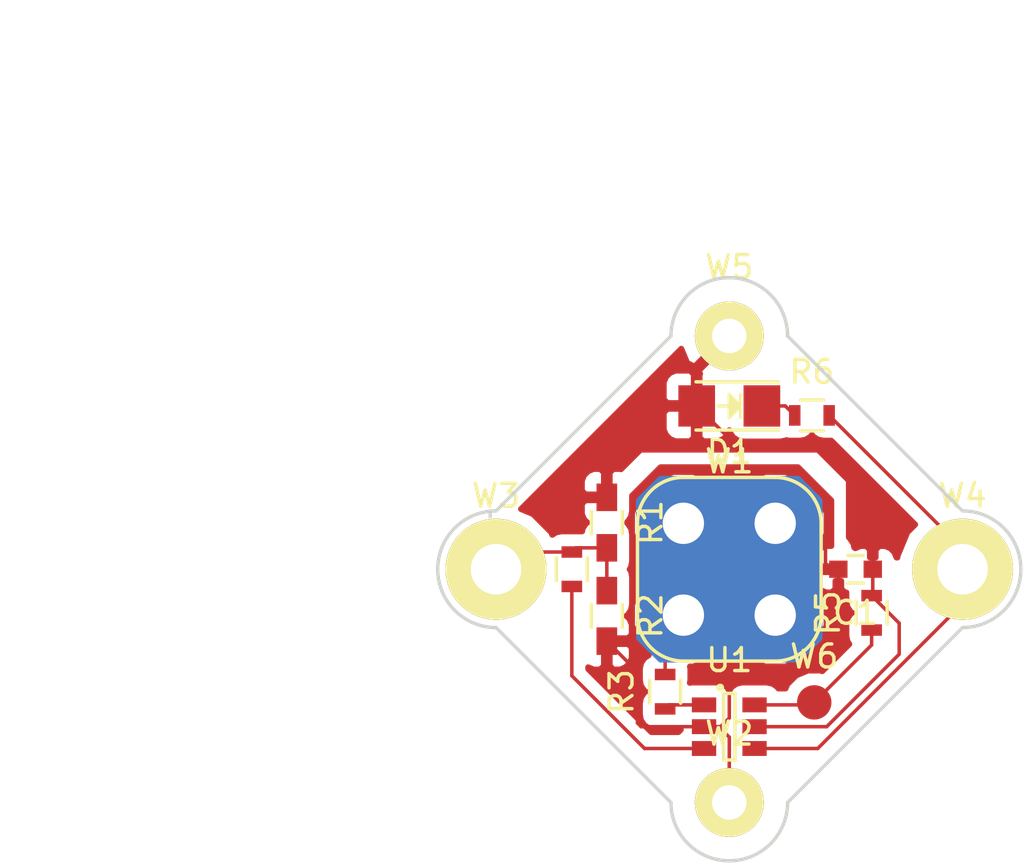
<source format=kicad_pcb>
(kicad_pcb (version 4) (host pcbnew 4.0.4-stable)

  (general
    (links 22)
    (no_connects 0)
    (area 93.444287 71.468 138.32002 109.9454)
    (thickness 1.6002)
    (drawings 17)
    (tracks 49)
    (zones 0)
    (modules 15)
    (nets 10)
  )

  (page A)
  (layers
    (0 Top signal)
    (31 Bottom signal)
    (34 B.Paste user)
    (35 F.Paste user)
    (36 B.SilkS user)
    (37 F.SilkS user)
    (38 B.Mask user)
    (39 F.Mask user)
    (40 Dwgs.User user)
    (41 Cmts.User user)
    (42 Eco1.User user)
    (43 Eco2.User user)
    (44 Edge.Cuts user)
    (45 Margin user)
  )

  (setup
    (last_trace_width 0.1524)
    (trace_clearance 0.1524)
    (zone_clearance 0.508)
    (zone_45_only no)
    (trace_min 0.1524)
    (segment_width 0.2)
    (edge_width 0.15)
    (via_size 0.6858)
    (via_drill 0.3302)
    (via_min_size 0.6858)
    (via_min_drill 0.3302)
    (uvia_size 0.762)
    (uvia_drill 0.508)
    (uvias_allowed no)
    (uvia_min_size 0)
    (uvia_min_drill 0)
    (pcb_text_width 0.3)
    (pcb_text_size 1.5 1.5)
    (mod_edge_width 0.15)
    (mod_text_size 1 1)
    (mod_text_width 0.15)
    (pad_size 1.524 1.524)
    (pad_drill 0.762)
    (pad_to_mask_clearance 0.2)
    (aux_axis_origin 124.46 95.758)
    (grid_origin 124.46 95.758)
    (visible_elements 7FFFFFFF)
    (pcbplotparams
      (layerselection 0x00030_80000001)
      (usegerberextensions false)
      (excludeedgelayer true)
      (linewidth 0.100000)
      (plotframeref false)
      (viasonmask false)
      (mode 1)
      (useauxorigin false)
      (hpglpennumber 1)
      (hpglpenspeed 20)
      (hpglpendiameter 15)
      (hpglpenoverlay 2)
      (psnegative false)
      (psa4output false)
      (plotreference true)
      (plotvalue true)
      (plotinvisibletext false)
      (padsonsilk false)
      (subtractmaskfromsilk false)
      (outputformat 1)
      (mirror false)
      (drillshape 1)
      (scaleselection 1)
      (outputdirectory ""))
  )

  (net 0 "")
  (net 1 VDD)
  (net 2 GND)
  (net 3 "Net-(D1-Pad1)")
  (net 4 /ref)
  (net 5 /MTI)
  (net 6 /sns)
  (net 7 /MTSA)
  (net 8 /pm)
  (net 9 /out)

  (net_class Default "This is the default net class."
    (clearance 0.1524)
    (trace_width 0.1524)
    (via_dia 0.6858)
    (via_drill 0.3302)
    (uvia_dia 0.762)
    (uvia_drill 0.508)
    (add_net /MTI)
    (add_net /MTSA)
    (add_net /out)
    (add_net /pm)
    (add_net /ref)
    (add_net /sns)
    (add_net GND)
    (add_net "Net-(D1-Pad1)")
    (add_net VDD)
  )

  (module Capacitors_SMD:C_0603 (layer Top) (tedit 5415D631) (tstamp 5806B20D)
    (at 129.96 95.758 180)
    (descr "Capacitor SMD 0603, reflow soldering, AVX (see smccp.pdf)")
    (tags "capacitor 0603")
    (path /58064CC6)
    (attr smd)
    (fp_text reference C1 (at 0 -1.9 180) (layer F.SilkS)
      (effects (font (size 1 1) (thickness 0.15)))
    )
    (fp_text value 0.1u (at 0 1.9 180) (layer F.Fab)
      (effects (font (size 1 1) (thickness 0.15)))
    )
    (fp_line (start -1.45 -0.75) (end 1.45 -0.75) (layer F.CrtYd) (width 0.05))
    (fp_line (start -1.45 0.75) (end 1.45 0.75) (layer F.CrtYd) (width 0.05))
    (fp_line (start -1.45 -0.75) (end -1.45 0.75) (layer F.CrtYd) (width 0.05))
    (fp_line (start 1.45 -0.75) (end 1.45 0.75) (layer F.CrtYd) (width 0.05))
    (fp_line (start -0.35 -0.6) (end 0.35 -0.6) (layer F.SilkS) (width 0.15))
    (fp_line (start 0.35 0.6) (end -0.35 0.6) (layer F.SilkS) (width 0.15))
    (pad 1 smd rect (at -0.75 0 180) (size 0.8 0.75) (layers Top F.Paste F.Mask)
      (net 1 VDD))
    (pad 2 smd rect (at 0.75 0 180) (size 0.8 0.75) (layers Top F.Paste F.Mask)
      (net 2 GND))
    (model Capacitors_SMD.3dshapes/C_0603.wrl
      (at (xyz 0 0 0))
      (scale (xyz 1 1 1))
      (rotate (xyz 0 0 0))
    )
  )

  (module Resistors_SMD:R_0603_HandSoldering (layer Top) (tedit 5418A00F) (tstamp 5806B219)
    (at 119.126 93.726 270)
    (descr "Resistor SMD 0603, hand soldering")
    (tags "resistor 0603")
    (path /580650CE)
    (attr smd)
    (fp_text reference R1 (at 0 -1.9 270) (layer F.SilkS)
      (effects (font (size 1 1) (thickness 0.15)))
    )
    (fp_text value 100k (at 0 1.9 270) (layer F.Fab)
      (effects (font (size 1 1) (thickness 0.15)))
    )
    (fp_line (start -2 -0.8) (end 2 -0.8) (layer F.CrtYd) (width 0.05))
    (fp_line (start -2 0.8) (end 2 0.8) (layer F.CrtYd) (width 0.05))
    (fp_line (start -2 -0.8) (end -2 0.8) (layer F.CrtYd) (width 0.05))
    (fp_line (start 2 -0.8) (end 2 0.8) (layer F.CrtYd) (width 0.05))
    (fp_line (start 0.5 0.675) (end -0.5 0.675) (layer F.SilkS) (width 0.15))
    (fp_line (start -0.5 -0.675) (end 0.5 -0.675) (layer F.SilkS) (width 0.15))
    (pad 1 smd rect (at -1.1 0 270) (size 1.2 0.9) (layers Top F.Paste F.Mask)
      (net 1 VDD))
    (pad 2 smd rect (at 1.1 0 270) (size 1.2 0.9) (layers Top F.Paste F.Mask)
      (net 4 /ref))
    (model Resistors_SMD.3dshapes/R_0603_HandSoldering.wrl
      (at (xyz 0 0 0))
      (scale (xyz 1 1 1))
      (rotate (xyz 0 0 0))
    )
  )

  (module Resistors_SMD:R_0603_HandSoldering (layer Top) (tedit 5418A00F) (tstamp 5806B21F)
    (at 119.126 97.79 270)
    (descr "Resistor SMD 0603, hand soldering")
    (tags "resistor 0603")
    (path /580650FF)
    (attr smd)
    (fp_text reference R2 (at 0 -1.9 270) (layer F.SilkS)
      (effects (font (size 1 1) (thickness 0.15)))
    )
    (fp_text value 100k (at 0 1.9 270) (layer F.Fab)
      (effects (font (size 1 1) (thickness 0.15)))
    )
    (fp_line (start -2 -0.8) (end 2 -0.8) (layer F.CrtYd) (width 0.05))
    (fp_line (start -2 0.8) (end 2 0.8) (layer F.CrtYd) (width 0.05))
    (fp_line (start -2 -0.8) (end -2 0.8) (layer F.CrtYd) (width 0.05))
    (fp_line (start 2 -0.8) (end 2 0.8) (layer F.CrtYd) (width 0.05))
    (fp_line (start 0.5 0.675) (end -0.5 0.675) (layer F.SilkS) (width 0.15))
    (fp_line (start -0.5 -0.675) (end 0.5 -0.675) (layer F.SilkS) (width 0.15))
    (pad 1 smd rect (at -1.1 0 270) (size 1.2 0.9) (layers Top F.Paste F.Mask)
      (net 4 /ref))
    (pad 2 smd rect (at 1.1 0 270) (size 1.2 0.9) (layers Top F.Paste F.Mask)
      (net 2 GND))
    (model Resistors_SMD.3dshapes/R_0603_HandSoldering.wrl
      (at (xyz 0 0 0))
      (scale (xyz 1 1 1))
      (rotate (xyz 0 0 0))
    )
  )

  (module Resistors_SMD:R_0603 (layer Top) (tedit 5415CC62) (tstamp 5806B225)
    (at 121.666 101.092 90)
    (descr "Resistor SMD 0603, reflow soldering, Vishay (see dcrcw.pdf)")
    (tags "resistor 0603")
    (path /5806521A)
    (attr smd)
    (fp_text reference R3 (at 0 -1.9 90) (layer F.SilkS)
      (effects (font (size 1 1) (thickness 0.15)))
    )
    (fp_text value 4.7k (at 0 1.9 90) (layer F.Fab)
      (effects (font (size 1 1) (thickness 0.15)))
    )
    (fp_line (start -1.3 -0.8) (end 1.3 -0.8) (layer F.CrtYd) (width 0.05))
    (fp_line (start -1.3 0.8) (end 1.3 0.8) (layer F.CrtYd) (width 0.05))
    (fp_line (start -1.3 -0.8) (end -1.3 0.8) (layer F.CrtYd) (width 0.05))
    (fp_line (start 1.3 -0.8) (end 1.3 0.8) (layer F.CrtYd) (width 0.05))
    (fp_line (start 0.5 0.675) (end -0.5 0.675) (layer F.SilkS) (width 0.15))
    (fp_line (start -0.5 -0.675) (end 0.5 -0.675) (layer F.SilkS) (width 0.15))
    (pad 1 smd rect (at -0.75 0 90) (size 0.5 0.9) (layers Top F.Paste F.Mask)
      (net 5 /MTI))
    (pad 2 smd rect (at 0.75 0 90) (size 0.5 0.9) (layers Top F.Paste F.Mask)
      (net 6 /sns))
    (model Resistors_SMD.3dshapes/R_0603.wrl
      (at (xyz 0 0 0))
      (scale (xyz 1 1 1))
      (rotate (xyz 0 0 0))
    )
  )

  (module Resistors_SMD:R_0603 (layer Top) (tedit 5415CC62) (tstamp 5806B22B)
    (at 117.602 95.758 90)
    (descr "Resistor SMD 0603, reflow soldering, Vishay (see dcrcw.pdf)")
    (tags "resistor 0603")
    (path /58064DD0)
    (attr smd)
    (fp_text reference R4 (at 0 -1.9 90) (layer F.SilkS)
      (effects (font (size 1 1) (thickness 0.15)))
    )
    (fp_text value 10k (at 0 1.9 90) (layer F.Fab)
      (effects (font (size 1 1) (thickness 0.15)))
    )
    (fp_line (start -1.3 -0.8) (end 1.3 -0.8) (layer F.CrtYd) (width 0.05))
    (fp_line (start -1.3 0.8) (end 1.3 0.8) (layer F.CrtYd) (width 0.05))
    (fp_line (start -1.3 -0.8) (end -1.3 0.8) (layer F.CrtYd) (width 0.05))
    (fp_line (start 1.3 -0.8) (end 1.3 0.8) (layer F.CrtYd) (width 0.05))
    (fp_line (start 0.5 0.675) (end -0.5 0.675) (layer F.SilkS) (width 0.15))
    (fp_line (start -0.5 -0.675) (end 0.5 -0.675) (layer F.SilkS) (width 0.15))
    (pad 1 smd rect (at -0.75 0 90) (size 0.5 0.9) (layers Top F.Paste F.Mask)
      (net 7 /MTSA))
    (pad 2 smd rect (at 0.75 0 90) (size 0.5 0.9) (layers Top F.Paste F.Mask)
      (net 4 /ref))
    (model Resistors_SMD.3dshapes/R_0603.wrl
      (at (xyz 0 0 0))
      (scale (xyz 1 1 1))
      (rotate (xyz 0 0 0))
    )
  )

  (module Resistors_SMD:R_0603 (layer Top) (tedit 5415CC62) (tstamp 5806B231)
    (at 130.66 97.658 90)
    (descr "Resistor SMD 0603, reflow soldering, Vishay (see dcrcw.pdf)")
    (tags "resistor 0603")
    (path /58064FBC)
    (attr smd)
    (fp_text reference R5 (at 0 -1.9 90) (layer F.SilkS)
      (effects (font (size 1 1) (thickness 0.15)))
    )
    (fp_text value 10k (at 0 1.9 90) (layer F.Fab)
      (effects (font (size 1 1) (thickness 0.15)))
    )
    (fp_line (start -1.3 -0.8) (end 1.3 -0.8) (layer F.CrtYd) (width 0.05))
    (fp_line (start -1.3 0.8) (end 1.3 0.8) (layer F.CrtYd) (width 0.05))
    (fp_line (start -1.3 -0.8) (end -1.3 0.8) (layer F.CrtYd) (width 0.05))
    (fp_line (start 1.3 -0.8) (end 1.3 0.8) (layer F.CrtYd) (width 0.05))
    (fp_line (start 0.5 0.675) (end -0.5 0.675) (layer F.SilkS) (width 0.15))
    (fp_line (start -0.5 -0.675) (end 0.5 -0.675) (layer F.SilkS) (width 0.15))
    (pad 1 smd rect (at -0.75 0 90) (size 0.5 0.9) (layers Top F.Paste F.Mask)
      (net 8 /pm))
    (pad 2 smd rect (at 0.75 0 90) (size 0.5 0.9) (layers Top F.Paste F.Mask)
      (net 1 VDD))
    (model Resistors_SMD.3dshapes/R_0603.wrl
      (at (xyz 0 0 0))
      (scale (xyz 1 1 1))
      (rotate (xyz 0 0 0))
    )
  )

  (module Resistors_SMD:R_0603 (layer Top) (tedit 5415CC62) (tstamp 5806B237)
    (at 128.06 89.058)
    (descr "Resistor SMD 0603, reflow soldering, Vishay (see dcrcw.pdf)")
    (tags "resistor 0603")
    (path /58065673)
    (attr smd)
    (fp_text reference R6 (at 0 -1.9) (layer F.SilkS)
      (effects (font (size 1 1) (thickness 0.15)))
    )
    (fp_text value 1k (at 0 1.9) (layer F.Fab)
      (effects (font (size 1 1) (thickness 0.15)))
    )
    (fp_line (start -1.3 -0.8) (end 1.3 -0.8) (layer F.CrtYd) (width 0.05))
    (fp_line (start -1.3 0.8) (end 1.3 0.8) (layer F.CrtYd) (width 0.05))
    (fp_line (start -1.3 -0.8) (end -1.3 0.8) (layer F.CrtYd) (width 0.05))
    (fp_line (start 1.3 -0.8) (end 1.3 0.8) (layer F.CrtYd) (width 0.05))
    (fp_line (start 0.5 0.675) (end -0.5 0.675) (layer F.SilkS) (width 0.15))
    (fp_line (start -0.5 -0.675) (end 0.5 -0.675) (layer F.SilkS) (width 0.15))
    (pad 1 smd rect (at -0.75 0) (size 0.5 0.9) (layers Top F.Paste F.Mask)
      (net 3 "Net-(D1-Pad1)"))
    (pad 2 smd rect (at 0.75 0) (size 0.5 0.9) (layers Top F.Paste F.Mask)
      (net 9 /out))
    (model Resistors_SMD.3dshapes/R_0603.wrl
      (at (xyz 0 0 0))
      (scale (xyz 1 1 1))
      (rotate (xyz 0 0 0))
    )
  )

  (module TO_SOT_Packages_SMD:SOT-23-6 (layer Top) (tedit 53DE8DE3) (tstamp 5806B241)
    (at 124.46 102.616)
    (descr "6-pin SOT-23 package")
    (tags SOT-23-6)
    (path /5809033F)
    (attr smd)
    (fp_text reference U1 (at 0 -2.9) (layer F.SilkS)
      (effects (font (size 1 1) (thickness 0.15)))
    )
    (fp_text value MTCH101_PKG (at 0 2.9) (layer F.Fab)
      (effects (font (size 1 1) (thickness 0.15)))
    )
    (fp_circle (center -0.4 -1.7) (end -0.3 -1.7) (layer F.SilkS) (width 0.15))
    (fp_line (start 0.25 -1.45) (end -0.25 -1.45) (layer F.SilkS) (width 0.15))
    (fp_line (start 0.25 1.45) (end 0.25 -1.45) (layer F.SilkS) (width 0.15))
    (fp_line (start -0.25 1.45) (end 0.25 1.45) (layer F.SilkS) (width 0.15))
    (fp_line (start -0.25 -1.45) (end -0.25 1.45) (layer F.SilkS) (width 0.15))
    (pad 1 smd rect (at -1.1 -0.95) (size 1.06 0.65) (layers Top F.Paste F.Mask)
      (net 5 /MTI))
    (pad 2 smd rect (at -1.1 0) (size 1.06 0.65) (layers Top F.Paste F.Mask)
      (net 2 GND))
    (pad 3 smd rect (at -1.1 0.95) (size 1.06 0.65) (layers Top F.Paste F.Mask)
      (net 7 /MTSA))
    (pad 4 smd rect (at 1.1 0.95) (size 1.06 0.65) (layers Top F.Paste F.Mask)
      (net 9 /out))
    (pad 6 smd rect (at 1.1 -0.95) (size 1.06 0.65) (layers Top F.Paste F.Mask)
      (net 8 /pm))
    (pad 5 smd rect (at 1.1 0) (size 1.06 0.65) (layers Top F.Paste F.Mask)
      (net 1 VDD))
    (model TO_SOT_Packages_SMD.3dshapes/SOT-23-6.wrl
      (at (xyz 0 0 0))
      (scale (xyz 1 1 1))
      (rotate (xyz 0 0 0))
    )
  )

  (module LEDs:LED_1206 (layer Top) (tedit 57ABE035) (tstamp 5807AE06)
    (at 124.46 88.646 180)
    (descr "LED 1206 smd package")
    (tags "LED1206 SMD")
    (path /5806579A)
    (attr smd)
    (fp_text reference D1 (at 0 -2 180) (layer F.SilkS)
      (effects (font (size 1 1) (thickness 0.15)))
    )
    (fp_text value LED (at 0 2 180) (layer F.Fab)
      (effects (font (size 1 1) (thickness 0.15)))
    )
    (fp_line (start -0.5 -0.5) (end -0.5 0.5) (layer F.Fab) (width 0.15))
    (fp_line (start -0.5 0) (end 0 -0.5) (layer F.Fab) (width 0.15))
    (fp_line (start 0 0.5) (end -0.5 0) (layer F.Fab) (width 0.15))
    (fp_line (start 0 -0.5) (end 0 0.5) (layer F.Fab) (width 0.15))
    (fp_line (start -1.6 0.8) (end -1.6 -0.8) (layer F.Fab) (width 0.15))
    (fp_line (start 1.6 0.8) (end -1.6 0.8) (layer F.Fab) (width 0.15))
    (fp_line (start 1.6 -0.8) (end 1.6 0.8) (layer F.Fab) (width 0.15))
    (fp_line (start -1.6 -0.8) (end 1.6 -0.8) (layer F.Fab) (width 0.15))
    (fp_line (start -2.15 1.05) (end 1.45 1.05) (layer F.SilkS) (width 0.15))
    (fp_line (start -2.15 -1.05) (end 1.45 -1.05) (layer F.SilkS) (width 0.15))
    (fp_line (start -0.1 -0.3) (end -0.1 0.3) (layer F.SilkS) (width 0.15))
    (fp_line (start -0.1 0.3) (end -0.4 0) (layer F.SilkS) (width 0.15))
    (fp_line (start -0.4 0) (end -0.2 -0.2) (layer F.SilkS) (width 0.15))
    (fp_line (start -0.2 -0.2) (end -0.2 0.05) (layer F.SilkS) (width 0.15))
    (fp_line (start -0.2 0.05) (end -0.25 0) (layer F.SilkS) (width 0.15))
    (fp_line (start -0.5 -0.5) (end -0.5 0.5) (layer F.SilkS) (width 0.15))
    (fp_line (start 0 0) (end 0.5 0) (layer F.SilkS) (width 0.15))
    (fp_line (start -0.5 0) (end 0 -0.5) (layer F.SilkS) (width 0.15))
    (fp_line (start 0 -0.5) (end 0 0.5) (layer F.SilkS) (width 0.15))
    (fp_line (start 0 0.5) (end -0.5 0) (layer F.SilkS) (width 0.15))
    (fp_line (start 2.5 -1.25) (end -2.5 -1.25) (layer F.CrtYd) (width 0.05))
    (fp_line (start -2.5 -1.25) (end -2.5 1.25) (layer F.CrtYd) (width 0.05))
    (fp_line (start -2.5 1.25) (end 2.5 1.25) (layer F.CrtYd) (width 0.05))
    (fp_line (start 2.5 1.25) (end 2.5 -1.25) (layer F.CrtYd) (width 0.05))
    (pad 2 smd rect (at 1.41986 0) (size 1.59766 1.80086) (layers Top F.Paste F.Mask)
      (net 1 VDD))
    (pad 1 smd rect (at -1.41986 0) (size 1.59766 1.80086) (layers Top F.Paste F.Mask)
      (net 3 "Net-(D1-Pad1)"))
    (model LEDs.3dshapes/LED_1206.wrl
      (at (xyz 0 0 0))
      (scale (xyz 1 1 1))
      (rotate (xyz 0 0 180))
    )
  )

  (module Mounting_Holes:MountingHole_2.2mm_M2_Pad (layer Top) (tedit 56D1B4CB) (tstamp 5807AE29)
    (at 114.3 95.758)
    (descr "Mounting Hole 2.2mm, M2")
    (tags "mounting hole 2.2mm m2")
    (path /58065576)
    (fp_text reference W3 (at 0 -3.2) (layer F.SilkS)
      (effects (font (size 1 1) (thickness 0.15)))
    )
    (fp_text value TEST_MTSA (at 0 3.2) (layer F.Fab)
      (effects (font (size 1 1) (thickness 0.15)))
    )
    (fp_circle (center 0 0) (end 2.2 0) (layer Cmts.User) (width 0.15))
    (fp_circle (center 0 0) (end 2.45 0) (layer F.CrtYd) (width 0.05))
    (pad 1 thru_hole circle (at 0 0) (size 4.4 4.4) (drill 2.2) (layers *.Cu *.Mask F.SilkS)
      (net 4 /ref))
  )

  (module Mounting_Holes:MountingHole_2.2mm_M2_Pad (layer Top) (tedit 56D1B4CB) (tstamp 5807AE2F)
    (at 134.62 95.758)
    (descr "Mounting Hole 2.2mm, M2")
    (tags "mounting hole 2.2mm m2")
    (path /58065ACD)
    (fp_text reference W4 (at 0 -3.2) (layer F.SilkS)
      (effects (font (size 1 1) (thickness 0.15)))
    )
    (fp_text value TEST_MTO (at 0 3.2) (layer F.Fab)
      (effects (font (size 1 1) (thickness 0.15)))
    )
    (fp_circle (center 0 0) (end 2.2 0) (layer Cmts.User) (width 0.15))
    (fp_circle (center 0 0) (end 2.45 0) (layer F.CrtYd) (width 0.05))
    (pad 1 thru_hole circle (at 0 0) (size 4.4 4.4) (drill 2.2) (layers *.Cu *.Mask F.SilkS)
      (net 9 /out))
  )

  (module Measurement_Points:Measurement_Point_Round-SMD-Pad_Small (layer Top) (tedit 56C35ED0) (tstamp 5807B28A)
    (at 128.16 101.558)
    (descr "Mesurement Point, Round, SMD Pad, DM 1.5mm,")
    (tags "Mesurement Point Round SMD Pad 1.5mm")
    (path /580662C8)
    (attr virtual)
    (fp_text reference W6 (at 0 -2) (layer F.SilkS)
      (effects (font (size 1 1) (thickness 0.15)))
    )
    (fp_text value TEST_MTPM (at 0 2) (layer F.Fab)
      (effects (font (size 1 1) (thickness 0.15)))
    )
    (fp_circle (center 0 0) (end 1 0) (layer F.CrtYd) (width 0.05))
    (pad 1 smd circle (at 0 0) (size 1.5 1.5) (layers Top F.Mask)
      (net 8 /pm))
  )

  (module Measurement_Points:Measurement_Point_Round-TH_Big (layer Top) (tedit 56C35F03) (tstamp 5807B418)
    (at 124.46 105.918)
    (descr "Mesurement Point, Round, Trough Hole,  DM 3mm, Drill 1.5mm,")
    (tags "Mesurement Point Round Trough Hole 3mm 1.5mm")
    (path /5807E47E)
    (attr virtual)
    (fp_text reference W2 (at 0 -3) (layer F.SilkS)
      (effects (font (size 1 1) (thickness 0.15)))
    )
    (fp_text value TEST_GND (at 0 3) (layer F.Fab)
      (effects (font (size 1 1) (thickness 0.15)))
    )
    (fp_circle (center 0 0) (end 1.75 0) (layer F.CrtYd) (width 0.05))
    (pad 1 thru_hole circle (at 0 0) (size 3 3) (drill 1.5) (layers *.Cu *.Mask F.SilkS)
      (net 2 GND))
  )

  (module Measurement_Points:Measurement_Point_Round-TH_Big (layer Top) (tedit 56C35F03) (tstamp 5807B41D)
    (at 124.46 85.598)
    (descr "Mesurement Point, Round, Trough Hole,  DM 3mm, Drill 1.5mm,")
    (tags "Mesurement Point Round Trough Hole 3mm 1.5mm")
    (path /5807E2FD)
    (attr virtual)
    (fp_text reference W5 (at 0 -3) (layer F.SilkS)
      (effects (font (size 1 1) (thickness 0.15)))
    )
    (fp_text value TEST_VDD (at 0 3) (layer F.Fab)
      (effects (font (size 1 1) (thickness 0.15)))
    )
    (fp_circle (center 0 0) (end 1.75 0) (layer F.CrtYd) (width 0.05))
    (pad 1 thru_hole circle (at 0 0) (size 3 3) (drill 1.5) (layers *.Cu *.Mask F.SilkS)
      (net 1 VDD))
  )

  (module buttons:sew_2x2 (layer Top) (tedit 5808DC92) (tstamp 5808E17F)
    (at 124.46 95.758)
    (descr "module 1 pin (ou trou mecanique de percage)")
    (tags DEV)
    (path /5808D751)
    (fp_text reference W1 (at 0 -4.7) (layer F.SilkS)
      (effects (font (size 1 1) (thickness 0.15)))
    )
    (fp_text value sns (at 0 0) (layer F.Fab)
      (effects (font (size 1 1) (thickness 0.15)))
    )
    (fp_arc (start -2 -2) (end -2.9 -2) (angle 90) (layer F.Paste) (width 0.15))
    (fp_arc (start -2 2) (end -2 2.9) (angle 90) (layer F.Paste) (width 0.15))
    (fp_arc (start 2 2) (end 2.9 2) (angle 90) (layer F.Paste) (width 0.15))
    (fp_arc (start 2 -2) (end 2 -2.9) (angle 90) (layer F.Paste) (width 0.15))
    (fp_arc (start -2 -2) (end -2.9 -2) (angle 90) (layer B.Paste) (width 0.15))
    (fp_arc (start -2 2) (end -2 2.9) (angle 90) (layer B.Paste) (width 0.15))
    (fp_arc (start 2 2) (end 2.9 2) (angle 90) (layer B.Paste) (width 0.15))
    (fp_arc (start 2 -2) (end 2 -2.9) (angle 90) (layer B.Paste) (width 0.15))
    (fp_line (start -2.9 2) (end -2.9 -2) (layer B.Paste) (width 0.15))
    (fp_line (start 2 2.9) (end -2 2.9) (layer B.Paste) (width 0.15))
    (fp_line (start 2.9 -2) (end 2.9 2) (layer B.Paste) (width 0.15))
    (fp_line (start -2 -2.9) (end 2 -2.9) (layer B.Paste) (width 0.15))
    (fp_line (start -2.9 2) (end -2.9 -2) (layer F.Paste) (width 0.15))
    (fp_line (start 2 2.9) (end -2 2.9) (layer F.Paste) (width 0.15))
    (fp_line (start 2.9 -2) (end 2.9 2) (layer F.Paste) (width 0.15))
    (fp_line (start -2 -2.9) (end 2 -2.9) (layer F.Paste) (width 0.15))
    (fp_line (start -4 -2) (end -4 2) (layer F.SilkS) (width 0.15))
    (fp_line (start 2 -4) (end -2 -4) (layer F.SilkS) (width 0.15))
    (fp_line (start 4 2) (end 4 -2) (layer F.SilkS) (width 0.15))
    (fp_line (start -2 4) (end 2 4) (layer F.SilkS) (width 0.15))
    (fp_arc (start -2 2) (end -2 4) (angle 90) (layer F.SilkS) (width 0.15))
    (fp_arc (start -2 -2) (end -4 -2) (angle 90) (layer F.SilkS) (width 0.15))
    (fp_arc (start 2 -2) (end 2 -4) (angle 90) (layer F.SilkS) (width 0.15))
    (fp_arc (start 2 2) (end 4 2) (angle 90) (layer F.SilkS) (width 0.15))
    (pad 1 thru_hole circle (at 2 2) (size 3.2 3.2) (drill 1.8) (layers *.Cu *.Mask)
      (net 6 /sns) (zone_connect 2))
    (pad 1 thru_hole circle (at 2 -2) (size 3.2 3.2) (drill 1.8) (layers *.Cu *.Mask)
      (net 6 /sns) (zone_connect 2))
    (pad 1 thru_hole circle (at -2 -2) (size 3.2 3.2) (drill 1.8) (layers *.Cu *.Mask)
      (net 6 /sns) (zone_connect 2))
    (pad 1 thru_hole circle (at -2 2) (size 3.2 3.2) (drill 1.8) (layers *.Cu *.Mask)
      (net 6 /sns) (zone_connect 2))
  )

  (gr_line (start 121.92 85.598) (end 114.3 93.218) (angle 90) (layer Edge.Cuts) (width 0.15))
  (gr_line (start 127 105.918) (end 134.62 98.298) (angle 90) (layer Edge.Cuts) (width 0.15))
  (gr_line (start 114.3 98.298) (end 121.92 105.918) (angle 90) (layer Edge.Cuts) (width 0.15))
  (gr_line (start 114.046 93.218) (end 114.046 93.472) (angle 90) (layer Edge.Cuts) (width 0.15))
  (gr_line (start 134.62 93.218) (end 127 85.598) (angle 90) (layer Edge.Cuts) (width 0.15))
  (gr_arc (start 124.46 85.598) (end 121.92 85.598) (angle 90) (layer Edge.Cuts) (width 0.15))
  (gr_arc (start 114.3 95.758) (end 114.3 98.298) (angle 90) (layer Edge.Cuts) (width 0.15))
  (gr_arc (start 114.3 95.758) (end 111.76 95.758) (angle 90) (layer Edge.Cuts) (width 0.15))
  (gr_arc (start 124.46 85.598) (end 124.46 83.058) (angle 90) (layer Edge.Cuts) (width 0.15))
  (gr_arc (start 134.62 95.758) (end 134.62 93.218) (angle 90) (layer Edge.Cuts) (width 0.15))
  (gr_arc (start 134.62 95.758) (end 137.16 95.758) (angle 90) (layer Edge.Cuts) (width 0.15))
  (gr_arc (start 124.46 105.918) (end 127 105.918) (angle 90) (layer Edge.Cuts) (width 0.15))
  (gr_arc (start 124.46 105.918) (end 124.46 108.458) (angle 90) (layer Edge.Cuts) (width 0.15))
  (dimension 12.7 (width 0.3) (layer Dwgs.User)
    (gr_text "0.5000 in" (at 130.81 72.818) (layer Dwgs.User)
      (effects (font (size 1.5 1.5) (thickness 0.3)))
    )
    (feature1 (pts (xy 137.16 95.758) (xy 137.16 71.468)))
    (feature2 (pts (xy 124.46 95.758) (xy 124.46 71.468)))
    (crossbar (pts (xy 124.46 74.168) (xy 137.16 74.168)))
    (arrow1a (pts (xy 137.16 74.168) (xy 136.033496 74.754421)))
    (arrow1b (pts (xy 137.16 74.168) (xy 136.033496 73.581579)))
    (arrow2a (pts (xy 124.46 74.168) (xy 125.586504 74.754421)))
    (arrow2b (pts (xy 124.46 74.168) (xy 125.586504 73.581579)))
  )
  (dimension 12.7 (width 0.3) (layer Dwgs.User)
    (gr_text "0.5000 in" (at 118.11 72.818) (layer Dwgs.User)
      (effects (font (size 1.5 1.5) (thickness 0.3)))
    )
    (feature1 (pts (xy 111.76 95.758) (xy 111.76 71.468)))
    (feature2 (pts (xy 124.46 95.758) (xy 124.46 71.468)))
    (crossbar (pts (xy 124.46 74.168) (xy 111.76 74.168)))
    (arrow1a (pts (xy 111.76 74.168) (xy 112.886504 73.581579)))
    (arrow1b (pts (xy 111.76 74.168) (xy 112.886504 74.754421)))
    (arrow2a (pts (xy 124.46 74.168) (xy 123.333496 73.581579)))
    (arrow2b (pts (xy 124.46 74.168) (xy 123.333496 74.754421)))
  )
  (dimension 12.7 (width 0.3) (layer Dwgs.User)
    (gr_text "0.5000 in" (at 104.06 102.108 90) (layer Dwgs.User)
      (effects (font (size 1.5 1.5) (thickness 0.3)))
    )
    (feature1 (pts (xy 124.46 95.758) (xy 102.71 95.758)))
    (feature2 (pts (xy 124.46 108.458) (xy 102.71 108.458)))
    (crossbar (pts (xy 105.41 108.458) (xy 105.41 95.758)))
    (arrow1a (pts (xy 105.41 95.758) (xy 105.996421 96.884504)))
    (arrow1b (pts (xy 105.41 95.758) (xy 104.823579 96.884504)))
    (arrow2a (pts (xy 105.41 108.458) (xy 105.996421 107.331496)))
    (arrow2b (pts (xy 105.41 108.458) (xy 104.823579 107.331496)))
  )
  (dimension 25.4 (width 0.3) (layer Dwgs.User)
    (gr_text "1.0000 in" (at 98.98 95.758 90) (layer Dwgs.User)
      (effects (font (size 1.5 1.5) (thickness 0.3)))
    )
    (feature1 (pts (xy 124.46 83.058) (xy 97.63 83.058)))
    (feature2 (pts (xy 124.46 108.458) (xy 97.63 108.458)))
    (crossbar (pts (xy 100.33 108.458) (xy 100.33 83.058)))
    (arrow1a (pts (xy 100.33 83.058) (xy 100.916421 84.184504)))
    (arrow1b (pts (xy 100.33 83.058) (xy 99.743579 84.184504)))
    (arrow2a (pts (xy 100.33 108.458) (xy 100.916421 107.331496)))
    (arrow2b (pts (xy 100.33 108.458) (xy 99.743579 107.331496)))
  )

  (segment (start 130.71 95.758) (end 130.71 92.61) (width 0.1524) (layer Top) (net 1))
  (segment (start 124.69114 90.297) (end 123.04014 88.646) (width 0.1524) (layer Top) (net 1) (tstamp 580A0BC2))
  (segment (start 128.397 90.297) (end 124.69114 90.297) (width 0.1524) (layer Top) (net 1) (tstamp 580A0BBD))
  (segment (start 130.71 92.61) (end 128.397 90.297) (width 0.1524) (layer Top) (net 1) (tstamp 580A0BB5))
  (segment (start 131.86 99.458) (end 131.86 98.108) (width 0.1524) (layer Top) (net 1))
  (segment (start 128.702 102.616) (end 131.86 99.458) (width 0.1524) (layer Top) (net 1) (tstamp 580A05B9))
  (segment (start 125.56 102.616) (end 128.702 102.616) (width 0.1524) (layer Top) (net 1))
  (segment (start 131.86 98.108) (end 130.71 96.958) (width 0.1524) (layer Top) (net 1) (tstamp 580A0B04))
  (segment (start 130.71 96.958) (end 130.71 95.758) (width 0.1524) (layer Top) (net 1) (tstamp 580A0B09))
  (segment (start 123.04014 88.646) (end 123.04014 87.01786) (width 0.1524) (layer Top) (net 1))
  (segment (start 123.04014 87.01786) (end 124.46 85.598) (width 0.1524) (layer Top) (net 1) (tstamp 580A082B))
  (segment (start 129.21 95.758) (end 128.905 95.758) (width 0.1524) (layer Top) (net 2))
  (segment (start 128.905 95.758) (end 128.651 95.504) (width 0.1524) (layer Top) (net 2) (tstamp 580A0C22))
  (segment (start 128.651 95.504) (end 128.651 94.361) (width 0.1524) (layer Top) (net 2) (tstamp 580A0C29))
  (segment (start 123.36 102.616) (end 124.079 102.616) (width 0.1524) (layer Top) (net 2))
  (segment (start 129.21 98.501) (end 129.21 95.758) (width 0.1524) (layer Top) (net 2) (tstamp 580A0C03))
  (segment (start 127.254 100.457) (end 129.21 98.501) (width 0.1524) (layer Top) (net 2) (tstamp 580A0BF4))
  (segment (start 124.841 100.457) (end 127.254 100.457) (width 0.1524) (layer Top) (net 2) (tstamp 580A0BEE))
  (segment (start 124.46 100.838) (end 124.841 100.457) (width 0.1524) (layer Top) (net 2) (tstamp 580A0BE9))
  (segment (start 124.46 102.235) (end 124.46 100.838) (width 0.1524) (layer Top) (net 2) (tstamp 580A0BE3))
  (segment (start 124.079 102.616) (end 124.46 102.235) (width 0.1524) (layer Top) (net 2) (tstamp 580A0BD9))
  (segment (start 124.46 105.918) (end 124.46 103.074) (width 0.1524) (layer Top) (net 2))
  (segment (start 124.46 103.074) (end 124.002 102.616) (width 0.1524) (layer Top) (net 2) (tstamp 580A07E5))
  (segment (start 123.36 102.616) (end 124.002 102.616) (width 0.1524) (layer Top) (net 2))
  (segment (start 123.36 102.616) (end 120.618 102.616) (width 0.1524) (layer Top) (net 2))
  (segment (start 120.46 100.224) (end 119.126 98.89) (width 0.1524) (layer Top) (net 2) (tstamp 580A054E))
  (segment (start 120.46 102.458) (end 120.46 100.224) (width 0.1524) (layer Top) (net 2) (tstamp 580A054D))
  (segment (start 120.618 102.616) (end 120.46 102.458) (width 0.1524) (layer Top) (net 2) (tstamp 580A0549))
  (segment (start 125.87986 88.646) (end 126.898 88.646) (width 0.1524) (layer Top) (net 3))
  (segment (start 126.898 88.646) (end 127.31 89.058) (width 0.1524) (layer Top) (net 3) (tstamp 580A0694))
  (segment (start 117.602 95.008) (end 115.05 95.008) (width 0.1524) (layer Top) (net 4))
  (segment (start 115.05 95.008) (end 114.3 95.758) (width 0.1524) (layer Top) (net 4) (tstamp 580A0816))
  (segment (start 119.126 94.826) (end 117.784 94.826) (width 0.1524) (layer Top) (net 4))
  (segment (start 117.784 94.826) (end 117.602 95.008) (width 0.1524) (layer Top) (net 4) (tstamp 580A0813))
  (segment (start 119.126 94.826) (end 119.126 96.69) (width 0.1524) (layer Top) (net 4))
  (segment (start 123.36 101.666) (end 121.842 101.666) (width 0.1524) (layer Top) (net 5))
  (segment (start 121.842 101.666) (end 121.666 101.842) (width 0.1524) (layer Top) (net 5) (tstamp 580A02E8))
  (segment (start 121.666 100.342) (end 121.666 98.552) (width 0.1524) (layer Top) (net 6))
  (segment (start 121.666 98.552) (end 122.46 97.758) (width 0.1524) (layer Top) (net 6) (tstamp 580A06F2))
  (segment (start 123.36 103.566) (end 120.768 103.566) (width 0.1524) (layer Top) (net 7))
  (segment (start 117.602 100.4) (end 117.602 96.508) (width 0.1524) (layer Top) (net 7) (tstamp 580A080B))
  (segment (start 120.768 103.566) (end 117.602 100.4) (width 0.1524) (layer Top) (net 7) (tstamp 580A07F3))
  (segment (start 130.66 98.408) (end 130.66 99.058) (width 0.1524) (layer Top) (net 8))
  (segment (start 130.66 99.058) (end 128.16 101.558) (width 0.1524) (layer Top) (net 8) (tstamp 580A0C46))
  (segment (start 125.56 101.666) (end 128.052 101.666) (width 0.1524) (layer Top) (net 8))
  (segment (start 134.62 95.758) (end 134.62 94.868) (width 0.1524) (layer Top) (net 9))
  (segment (start 134.62 94.868) (end 128.81 89.058) (width 0.1524) (layer Top) (net 9) (tstamp 580A06B6))
  (segment (start 125.56 103.566) (end 128.312 103.566) (width 0.1524) (layer Top) (net 9))
  (segment (start 128.312 103.566) (end 135.37 96.508) (width 0.1524) (layer Top) (net 9) (tstamp 580A033B))

  (zone (net 2) (net_name GND) (layer Top) (tstamp 5807A923) (hatch edge 0.508)
    (connect_pads (clearance 0.508))
    (min_thickness 0.254)
    (fill yes (arc_segments 16) (thermal_gap 0.508) (thermal_bridge_width 0.508))
    (polygon
      (pts
        (xy 129.032 92.71) (xy 129.032 96.139) (xy 134.62 96.139) (xy 134.62 105.918) (xy 114.3 105.918)
        (xy 114.3 96.393) (xy 119.888 96.393) (xy 119.888 92.71) (xy 121.412 91.186) (xy 127.508 91.186)
      )
    )
    (filled_polygon
      (pts
        (xy 128.905 92.762606) (xy 128.905 94.748) (xy 128.683691 94.748) (xy 128.450302 94.844673) (xy 128.413525 94.88145)
        (xy 128.694611 94.204519) (xy 128.695387 93.315381) (xy 128.355845 92.493628) (xy 127.727679 91.864364) (xy 126.906519 91.523389)
        (xy 126.017381 91.522613) (xy 125.195628 91.862155) (xy 124.566364 92.490321) (xy 124.46016 92.746089) (xy 124.355845 92.493628)
        (xy 123.727679 91.864364) (xy 122.906519 91.523389) (xy 122.017381 91.522613) (xy 121.195628 91.862155) (xy 120.566364 92.490321)
        (xy 120.225389 93.311481) (xy 120.224613 94.200619) (xy 120.564155 95.022372) (xy 121.192321 95.651636) (xy 121.448089 95.75784)
        (xy 121.195628 95.862155) (xy 120.566364 96.490321) (xy 120.225389 97.311481) (xy 120.224613 98.200619) (xy 120.564155 99.022372)
        (xy 120.9548 99.4137) (xy 120.9548 99.505493) (xy 120.764559 99.62791) (xy 120.619569 99.84011) (xy 120.56856 100.092)
        (xy 120.56856 100.592) (xy 120.612838 100.827317) (xy 120.75191 101.043441) (xy 120.821711 101.091134) (xy 120.764559 101.12791)
        (xy 120.619569 101.34011) (xy 120.56856 101.592) (xy 120.56856 102.092) (xy 120.612838 102.327317) (xy 120.75191 102.543441)
        (xy 120.96411 102.688431) (xy 121.216 102.73944) (xy 122.116 102.73944) (xy 122.195 102.724575) (xy 122.195 102.743002)
        (xy 122.353748 102.743002) (xy 122.24195 102.8548) (xy 121.062588 102.8548) (xy 118.3132 100.105412) (xy 118.3132 100.025226)
        (xy 118.316301 100.028327) (xy 118.54969 100.125) (xy 118.84025 100.125) (xy 118.999 99.96625) (xy 118.999 99.017)
        (xy 119.253 99.017) (xy 119.253 99.96625) (xy 119.41175 100.125) (xy 119.70231 100.125) (xy 119.935699 100.028327)
        (xy 120.114327 99.849698) (xy 120.211 99.616309) (xy 120.211 99.17575) (xy 120.05225 99.017) (xy 119.253 99.017)
        (xy 118.999 99.017) (xy 118.979 99.017) (xy 118.979 98.763) (xy 118.999 98.763) (xy 118.999 98.743)
        (xy 119.253 98.743) (xy 119.253 98.763) (xy 120.05225 98.763) (xy 120.211 98.60425) (xy 120.211 98.163691)
        (xy 120.114327 97.930302) (xy 119.97309 97.789064) (xy 120.027441 97.75409) (xy 120.172431 97.54189) (xy 120.22344 97.29)
        (xy 120.22344 96.09) (xy 120.179162 95.854683) (xy 120.11731 95.758562) (xy 120.172431 95.67789) (xy 120.22344 95.426)
        (xy 120.22344 94.226) (xy 120.179162 93.990683) (xy 120.04009 93.774559) (xy 120.015 93.757416) (xy 120.015 93.698095)
        (xy 120.027441 93.69009) (xy 120.172431 93.47789) (xy 120.22344 93.226) (xy 120.22344 92.554166) (xy 121.464606 91.313)
        (xy 127.455394 91.313)
      )
    )
    (filled_polygon
      (pts
        (xy 129.337 96.60925) (xy 129.49575 96.768) (xy 129.56256 96.768) (xy 129.56256 97.158) (xy 129.606838 97.393317)
        (xy 129.74591 97.609441) (xy 129.815711 97.657134) (xy 129.758559 97.69391) (xy 129.613569 97.90611) (xy 129.56256 98.158)
        (xy 129.56256 98.658) (xy 129.606838 98.893317) (xy 129.689866 99.022346) (xy 128.508965 100.203247) (xy 128.436702 100.173241)
        (xy 127.885715 100.17276) (xy 127.376485 100.383169) (xy 126.986539 100.772436) (xy 126.910815 100.9548) (xy 126.596071 100.9548)
        (xy 126.55409 100.889559) (xy 126.34189 100.744569) (xy 126.09 100.69356) (xy 125.03 100.69356) (xy 124.794683 100.737838)
        (xy 124.578559 100.87691) (xy 124.458767 101.052232) (xy 124.35409 100.889559) (xy 124.14189 100.744569) (xy 123.89 100.69356)
        (xy 122.83 100.69356) (xy 122.739422 100.710603) (xy 122.76344 100.592) (xy 122.76344 100.092) (xy 122.744859 99.993249)
        (xy 122.902619 99.993387) (xy 123.724372 99.653845) (xy 124.353636 99.025679) (xy 124.45984 98.769911) (xy 124.564155 99.022372)
        (xy 125.192321 99.651636) (xy 126.013481 99.992611) (xy 126.902619 99.993387) (xy 127.724372 99.653845) (xy 128.353636 99.025679)
        (xy 128.694611 98.204519) (xy 128.695387 97.315381) (xy 128.414459 96.635484) (xy 128.450302 96.671327) (xy 128.683691 96.768)
        (xy 128.92425 96.768) (xy 129.083 96.60925) (xy 129.083 96.266) (xy 129.337 96.266)
      )
    )
    (filled_polygon
      (pts
        (xy 128.175 95.25669) (xy 128.175 95.47225) (xy 128.33375 95.631) (xy 128.905 95.631) (xy 128.905 95.885)
        (xy 128.33375 95.885) (xy 128.175 96.04375) (xy 128.175 96.25931) (xy 128.212634 96.350167) (xy 127.727679 95.864364)
        (xy 127.471911 95.75816) (xy 127.724372 95.653845) (xy 128.212209 95.166859)
      )
    )
  )
  (zone (net 6) (net_name /sns) (layer Bottom) (tstamp 5808D5B9) (hatch edge 0.508)
    (connect_pads (clearance 0.508))
    (min_thickness 0.254)
    (fill yes (arc_segments 16) (thermal_gap 0.508) (thermal_bridge_width 0.508))
    (polygon
      (pts
        (xy 124.46 91.694) (xy 127.254 91.694) (xy 127.508 91.694) (xy 128.524 92.71) (xy 128.524 98.806)
        (xy 127.508 99.822) (xy 121.92 99.822) (xy 121.666 99.822) (xy 121.412 99.822) (xy 120.396 98.806)
        (xy 120.396 92.964) (xy 120.396 92.71) (xy 121.412 91.694)
      )
    )
    (filled_polygon
      (pts
        (xy 128.397 92.762606) (xy 128.397 98.753394) (xy 127.455394 99.695) (xy 121.464606 99.695) (xy 120.523 98.753394)
        (xy 120.523 92.762606) (xy 121.464606 91.821) (xy 127.455394 91.821)
      )
    )
  )
  (zone (net 1) (net_name VDD) (layer Top) (tstamp 580A098A) (hatch edge 0.508)
    (connect_pads (clearance 0.508))
    (min_thickness 0.254)
    (fill yes (arc_segments 16) (thermal_gap 0.508) (thermal_bridge_width 0.508))
    (polygon
      (pts
        (xy 134.62 95.377) (xy 129.54 95.377) (xy 129.54 91.948) (xy 128.27 90.678) (xy 120.65 90.678)
        (xy 119.38 91.948) (xy 119.38 95.123) (xy 114.3 95.123) (xy 114.3 85.598) (xy 134.62 85.598)
      )
    )
    (filled_polygon
      (pts
        (xy 124.474143 85.791748) (xy 124.46 85.777605) (xy 123.125635 87.11197) (xy 123.19203 87.24443) (xy 123.16714 87.26932)
        (xy 123.16714 88.519) (xy 123.18714 88.519) (xy 123.18714 88.773) (xy 123.16714 88.773) (xy 123.16714 90.02268)
        (xy 123.32589 90.18143) (xy 123.965279 90.18143) (xy 124.198668 90.084757) (xy 124.377297 89.906129) (xy 124.462546 89.700319)
        (xy 124.477868 89.781747) (xy 124.61694 89.997871) (xy 124.82914 90.142861) (xy 125.08103 90.19387) (xy 126.67869 90.19387)
        (xy 126.914007 90.149592) (xy 126.942041 90.131553) (xy 127.06 90.15544) (xy 127.56 90.15544) (xy 127.795317 90.111162)
        (xy 128.011441 89.97209) (xy 128.059134 89.902289) (xy 128.09591 89.959441) (xy 128.30811 90.104431) (xy 128.56 90.15544)
        (xy 128.901652 90.15544) (xy 132.557407 93.811195) (xy 132.218005 94.150005) (xy 131.785493 95.19161) (xy 131.785442 95.25)
        (xy 131.742229 95.25) (xy 131.648327 95.023301) (xy 131.469698 94.844673) (xy 131.236309 94.748) (xy 130.99575 94.748)
        (xy 130.837 94.90675) (xy 130.837 95.25) (xy 130.583 95.25) (xy 130.583 94.90675) (xy 130.42425 94.748)
        (xy 130.183691 94.748) (xy 129.950302 94.844673) (xy 129.948932 94.846043) (xy 129.899813 94.812481) (xy 129.867063 94.647836)
        (xy 129.867063 94.647835) (xy 129.712894 94.417106) (xy 129.667 94.371212) (xy 129.667 91.948) (xy 129.656994 91.89859)
        (xy 129.629803 91.858197) (xy 128.359803 90.588197) (xy 128.317789 90.560334) (xy 128.27 90.551) (xy 120.65 90.551)
        (xy 120.60059 90.561006) (xy 120.560197 90.588197) (xy 119.74126 91.407134) (xy 119.70231 91.391) (xy 119.41175 91.391)
        (xy 119.253 91.54975) (xy 119.253 92.773) (xy 118.999 92.773) (xy 118.999 92.753) (xy 118.19975 92.753)
        (xy 118.041 92.91175) (xy 118.041 93.352309) (xy 118.137673 93.585698) (xy 118.27891 93.726936) (xy 118.224559 93.76191)
        (xy 118.079569 93.97411) (xy 118.051937 94.11056) (xy 117.152 94.11056) (xy 116.916683 94.154838) (xy 116.74951 94.262411)
        (xy 116.704798 94.154199) (xy 115.907995 93.356005) (xy 115.383766 93.138326) (xy 116.622401 91.899691) (xy 118.041 91.899691)
        (xy 118.041 92.34025) (xy 118.19975 92.499) (xy 118.999 92.499) (xy 118.999 91.54975) (xy 118.84025 91.391)
        (xy 118.54969 91.391) (xy 118.316301 91.487673) (xy 118.137673 91.666302) (xy 118.041 91.899691) (xy 116.622401 91.899691)
        (xy 119.590342 88.93175) (xy 121.60631 88.93175) (xy 121.60631 89.67274) (xy 121.702983 89.906129) (xy 121.881612 90.084757)
        (xy 122.115001 90.18143) (xy 122.75439 90.18143) (xy 122.91314 90.02268) (xy 122.91314 88.773) (xy 121.76506 88.773)
        (xy 121.60631 88.93175) (xy 119.590342 88.93175) (xy 120.902832 87.61926) (xy 121.60631 87.61926) (xy 121.60631 88.36025)
        (xy 121.76506 88.519) (xy 122.91314 88.519) (xy 122.91314 87.26932) (xy 122.75439 87.11057) (xy 122.115001 87.11057)
        (xy 121.881612 87.207243) (xy 121.702983 87.385871) (xy 121.60631 87.61926) (xy 120.902832 87.61926) (xy 122.370174 86.151918)
        (xy 122.627261 86.772582) (xy 122.94603 86.932365) (xy 124.153395 85.725) (xy 124.54089 85.725)
      )
    )
  )
)

</source>
